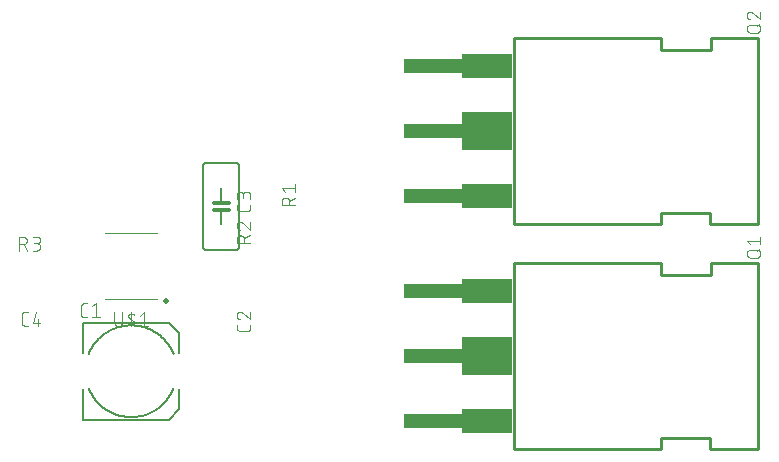
<source format=gbr>
G04 EAGLE Gerber RS-274X export*
G75*
%MOMM*%
%FSLAX34Y34*%
%LPD*%
%INSilkscreen Top*%
%IPPOS*%
%AMOC8*
5,1,8,0,0,1.08239X$1,22.5*%
G01*
%ADD10C,0.203200*%
%ADD11C,0.101600*%
%ADD12C,0.304800*%
%ADD13C,0.152400*%
%ADD14C,0.500000*%
%ADD15C,0.120000*%
%ADD16C,0.254000*%
%ADD17R,4.300000X3.200000*%
%ADD18R,4.300000X2.000000*%
%ADD19R,4.900000X1.200000*%


D10*
X159000Y86000D02*
X86000Y86000D01*
X86000Y111500D01*
X86000Y142500D02*
X86000Y168000D01*
X159000Y168000D01*
X168000Y159000D02*
X168000Y142000D01*
X168000Y111500D02*
X168000Y95000D01*
X159000Y86000D01*
X168000Y159000D02*
X159000Y168000D01*
X163000Y112500D02*
X162634Y111623D01*
X162246Y110755D01*
X161838Y109896D01*
X161409Y109048D01*
X160959Y108211D01*
X160488Y107385D01*
X159998Y106571D01*
X159488Y105769D01*
X158958Y104980D01*
X158409Y104204D01*
X157841Y103441D01*
X157255Y102693D01*
X156651Y101959D01*
X156029Y101241D01*
X155389Y100537D01*
X154733Y99850D01*
X154059Y99179D01*
X153370Y98525D01*
X152665Y97887D01*
X151944Y97268D01*
X151208Y96666D01*
X150458Y96082D01*
X149694Y95517D01*
X148916Y94970D01*
X148125Y94443D01*
X147321Y93936D01*
X146506Y93448D01*
X145678Y92980D01*
X144839Y92533D01*
X143990Y92106D01*
X143130Y91701D01*
X142261Y91316D01*
X141382Y90953D01*
X140495Y90612D01*
X139600Y90292D01*
X138697Y89995D01*
X137788Y89719D01*
X136871Y89466D01*
X135949Y89236D01*
X135022Y89028D01*
X134089Y88843D01*
X133153Y88681D01*
X132212Y88542D01*
X131269Y88425D01*
X130323Y88333D01*
X129375Y88263D01*
X128426Y88216D01*
X127475Y88193D01*
X126525Y88193D01*
X125574Y88216D01*
X124625Y88263D01*
X123677Y88333D01*
X122731Y88425D01*
X121788Y88542D01*
X120847Y88681D01*
X119911Y88843D01*
X118978Y89028D01*
X118051Y89236D01*
X117129Y89466D01*
X116212Y89719D01*
X115303Y89995D01*
X114400Y90292D01*
X113505Y90612D01*
X112618Y90953D01*
X111739Y91316D01*
X110870Y91701D01*
X110010Y92106D01*
X109161Y92533D01*
X108322Y92980D01*
X107494Y93448D01*
X106679Y93936D01*
X105875Y94443D01*
X105084Y94970D01*
X104306Y95517D01*
X103542Y96082D01*
X102792Y96666D01*
X102056Y97268D01*
X101335Y97887D01*
X100630Y98525D01*
X99941Y99179D01*
X99267Y99850D01*
X98611Y100537D01*
X97971Y101241D01*
X97349Y101959D01*
X96745Y102693D01*
X96159Y103441D01*
X95591Y104204D01*
X95042Y104980D01*
X94512Y105769D01*
X94002Y106571D01*
X93512Y107385D01*
X93041Y108211D01*
X92591Y109048D01*
X92162Y109896D01*
X91754Y110755D01*
X91366Y111623D01*
X91000Y112500D01*
X91000Y141500D02*
X91366Y142377D01*
X91754Y143245D01*
X92162Y144104D01*
X92591Y144952D01*
X93041Y145789D01*
X93512Y146615D01*
X94002Y147429D01*
X94512Y148231D01*
X95042Y149020D01*
X95591Y149796D01*
X96159Y150559D01*
X96745Y151307D01*
X97349Y152041D01*
X97971Y152759D01*
X98611Y153463D01*
X99267Y154150D01*
X99941Y154821D01*
X100630Y155475D01*
X101335Y156113D01*
X102056Y156732D01*
X102792Y157334D01*
X103542Y157918D01*
X104306Y158483D01*
X105084Y159030D01*
X105875Y159557D01*
X106679Y160064D01*
X107494Y160552D01*
X108322Y161020D01*
X109161Y161467D01*
X110010Y161894D01*
X110870Y162299D01*
X111739Y162684D01*
X112618Y163047D01*
X113505Y163388D01*
X114400Y163708D01*
X115303Y164005D01*
X116212Y164281D01*
X117129Y164534D01*
X118051Y164764D01*
X118978Y164972D01*
X119911Y165157D01*
X120847Y165319D01*
X121788Y165458D01*
X122731Y165575D01*
X123677Y165667D01*
X124625Y165737D01*
X125574Y165784D01*
X126525Y165807D01*
X127475Y165807D01*
X128426Y165784D01*
X129375Y165737D01*
X130323Y165667D01*
X131269Y165575D01*
X132212Y165458D01*
X133153Y165319D01*
X134089Y165157D01*
X135022Y164972D01*
X135949Y164764D01*
X136871Y164534D01*
X137788Y164281D01*
X138697Y164005D01*
X139600Y163708D01*
X140495Y163388D01*
X141382Y163047D01*
X142261Y162684D01*
X143130Y162299D01*
X143990Y161894D01*
X144839Y161467D01*
X145678Y161020D01*
X146506Y160552D01*
X147321Y160064D01*
X148125Y159557D01*
X148916Y159030D01*
X149694Y158483D01*
X150458Y157918D01*
X151208Y157334D01*
X151944Y156732D01*
X152665Y156113D01*
X153370Y155475D01*
X154059Y154821D01*
X154733Y154150D01*
X155389Y153463D01*
X156029Y152759D01*
X156651Y152041D01*
X157255Y151307D01*
X157841Y150559D01*
X158409Y149796D01*
X158958Y149020D01*
X159488Y148231D01*
X159998Y147429D01*
X160488Y146615D01*
X160959Y145789D01*
X161409Y144952D01*
X161838Y144104D01*
X162246Y143245D01*
X162634Y142377D01*
X163000Y141500D01*
D11*
X89801Y172808D02*
X87204Y172808D01*
X87105Y172810D01*
X87005Y172816D01*
X86906Y172825D01*
X86808Y172838D01*
X86710Y172855D01*
X86612Y172876D01*
X86516Y172901D01*
X86421Y172929D01*
X86327Y172961D01*
X86234Y172996D01*
X86142Y173035D01*
X86052Y173078D01*
X85964Y173123D01*
X85877Y173173D01*
X85793Y173225D01*
X85710Y173281D01*
X85630Y173339D01*
X85552Y173401D01*
X85477Y173466D01*
X85404Y173534D01*
X85334Y173604D01*
X85266Y173677D01*
X85201Y173752D01*
X85139Y173830D01*
X85081Y173910D01*
X85025Y173993D01*
X84973Y174077D01*
X84923Y174164D01*
X84878Y174252D01*
X84835Y174342D01*
X84796Y174434D01*
X84761Y174527D01*
X84729Y174621D01*
X84701Y174716D01*
X84676Y174812D01*
X84655Y174910D01*
X84638Y175008D01*
X84625Y175106D01*
X84616Y175205D01*
X84610Y175305D01*
X84608Y175404D01*
X84608Y181896D01*
X84610Y181995D01*
X84616Y182095D01*
X84625Y182194D01*
X84638Y182292D01*
X84655Y182390D01*
X84676Y182488D01*
X84701Y182584D01*
X84729Y182679D01*
X84761Y182773D01*
X84796Y182866D01*
X84835Y182958D01*
X84878Y183048D01*
X84923Y183136D01*
X84973Y183223D01*
X85025Y183307D01*
X85081Y183390D01*
X85139Y183470D01*
X85201Y183548D01*
X85266Y183623D01*
X85334Y183696D01*
X85404Y183766D01*
X85477Y183834D01*
X85552Y183899D01*
X85630Y183961D01*
X85710Y184019D01*
X85793Y184075D01*
X85877Y184127D01*
X85964Y184177D01*
X86052Y184222D01*
X86142Y184265D01*
X86234Y184304D01*
X86326Y184339D01*
X86421Y184371D01*
X86516Y184399D01*
X86612Y184424D01*
X86710Y184445D01*
X86808Y184462D01*
X86906Y184475D01*
X87005Y184484D01*
X87105Y184490D01*
X87204Y184492D01*
X89801Y184492D01*
X94166Y181896D02*
X97412Y184492D01*
X97412Y172808D01*
X100657Y172808D02*
X94166Y172808D01*
X228092Y166436D02*
X228092Y163839D01*
X228090Y163740D01*
X228084Y163640D01*
X228075Y163541D01*
X228062Y163443D01*
X228045Y163345D01*
X228024Y163247D01*
X227999Y163151D01*
X227971Y163056D01*
X227939Y162962D01*
X227904Y162869D01*
X227865Y162777D01*
X227822Y162687D01*
X227777Y162599D01*
X227727Y162512D01*
X227675Y162428D01*
X227619Y162345D01*
X227561Y162265D01*
X227499Y162187D01*
X227434Y162112D01*
X227366Y162039D01*
X227296Y161969D01*
X227223Y161901D01*
X227148Y161836D01*
X227070Y161774D01*
X226990Y161716D01*
X226907Y161660D01*
X226823Y161608D01*
X226736Y161558D01*
X226648Y161513D01*
X226558Y161470D01*
X226466Y161431D01*
X226373Y161396D01*
X226279Y161364D01*
X226184Y161336D01*
X226088Y161311D01*
X225990Y161290D01*
X225892Y161273D01*
X225794Y161260D01*
X225695Y161251D01*
X225595Y161245D01*
X225496Y161243D01*
X219004Y161243D01*
X219004Y161242D02*
X218905Y161244D01*
X218805Y161250D01*
X218706Y161259D01*
X218608Y161272D01*
X218510Y161290D01*
X218412Y161310D01*
X218316Y161335D01*
X218220Y161363D01*
X218126Y161395D01*
X218033Y161430D01*
X217942Y161469D01*
X217852Y161512D01*
X217763Y161557D01*
X217677Y161607D01*
X217592Y161659D01*
X217510Y161715D01*
X217430Y161774D01*
X217352Y161835D01*
X217276Y161900D01*
X217203Y161968D01*
X217133Y162038D01*
X217065Y162111D01*
X217000Y162187D01*
X216939Y162265D01*
X216880Y162345D01*
X216824Y162427D01*
X216772Y162512D01*
X216723Y162598D01*
X216677Y162687D01*
X216634Y162777D01*
X216595Y162868D01*
X216560Y162961D01*
X216528Y163055D01*
X216500Y163151D01*
X216475Y163247D01*
X216455Y163345D01*
X216437Y163443D01*
X216424Y163541D01*
X216415Y163640D01*
X216409Y163739D01*
X216407Y163839D01*
X216408Y163839D02*
X216408Y166436D01*
X216408Y174371D02*
X216410Y174478D01*
X216416Y174584D01*
X216426Y174690D01*
X216439Y174796D01*
X216457Y174902D01*
X216478Y175006D01*
X216503Y175110D01*
X216532Y175213D01*
X216564Y175314D01*
X216601Y175414D01*
X216641Y175513D01*
X216684Y175611D01*
X216731Y175707D01*
X216782Y175801D01*
X216836Y175893D01*
X216893Y175983D01*
X216953Y176071D01*
X217017Y176156D01*
X217084Y176239D01*
X217154Y176320D01*
X217226Y176398D01*
X217302Y176474D01*
X217380Y176546D01*
X217461Y176616D01*
X217544Y176683D01*
X217629Y176747D01*
X217717Y176807D01*
X217807Y176864D01*
X217899Y176918D01*
X217993Y176969D01*
X218089Y177016D01*
X218187Y177059D01*
X218286Y177099D01*
X218386Y177136D01*
X218487Y177168D01*
X218590Y177197D01*
X218694Y177222D01*
X218798Y177243D01*
X218904Y177261D01*
X219010Y177274D01*
X219116Y177284D01*
X219222Y177290D01*
X219329Y177292D01*
X216408Y174371D02*
X216410Y174250D01*
X216416Y174129D01*
X216426Y174009D01*
X216439Y173888D01*
X216457Y173769D01*
X216478Y173649D01*
X216503Y173531D01*
X216532Y173414D01*
X216565Y173297D01*
X216601Y173182D01*
X216642Y173068D01*
X216685Y172955D01*
X216733Y172843D01*
X216784Y172734D01*
X216839Y172626D01*
X216897Y172519D01*
X216958Y172415D01*
X217023Y172313D01*
X217091Y172213D01*
X217162Y172115D01*
X217236Y172019D01*
X217313Y171926D01*
X217394Y171836D01*
X217477Y171748D01*
X217563Y171663D01*
X217652Y171580D01*
X217743Y171501D01*
X217837Y171424D01*
X217933Y171351D01*
X218031Y171281D01*
X218132Y171214D01*
X218235Y171150D01*
X218340Y171090D01*
X218447Y171032D01*
X218555Y170979D01*
X218665Y170929D01*
X218777Y170883D01*
X218890Y170840D01*
X219005Y170801D01*
X221601Y176318D02*
X221523Y176397D01*
X221443Y176473D01*
X221360Y176546D01*
X221274Y176616D01*
X221187Y176683D01*
X221096Y176747D01*
X221004Y176807D01*
X220910Y176865D01*
X220813Y176919D01*
X220715Y176969D01*
X220615Y177016D01*
X220514Y177060D01*
X220411Y177100D01*
X220306Y177136D01*
X220201Y177168D01*
X220094Y177197D01*
X219987Y177222D01*
X219878Y177244D01*
X219769Y177261D01*
X219660Y177275D01*
X219550Y177284D01*
X219439Y177290D01*
X219329Y177292D01*
X221601Y176318D02*
X228092Y170801D01*
X228092Y177292D01*
D12*
X209550Y269748D02*
X203200Y269748D01*
X196850Y269748D01*
D13*
X203200Y269748D02*
X203200Y281940D01*
D12*
X203200Y263398D02*
X209550Y263398D01*
X203200Y263398D02*
X196850Y263398D01*
D13*
X203200Y263398D02*
X203200Y251460D01*
X215900Y303530D02*
X190500Y303530D01*
X187960Y300990D02*
X187960Y232410D01*
X190500Y229870D02*
X215900Y229870D01*
X218440Y232410D02*
X218440Y300990D01*
X218440Y232410D02*
X218438Y232310D01*
X218432Y232211D01*
X218422Y232111D01*
X218409Y232013D01*
X218391Y231914D01*
X218370Y231817D01*
X218345Y231721D01*
X218316Y231625D01*
X218283Y231531D01*
X218247Y231438D01*
X218207Y231347D01*
X218163Y231257D01*
X218116Y231169D01*
X218066Y231083D01*
X218012Y230999D01*
X217955Y230917D01*
X217895Y230838D01*
X217831Y230760D01*
X217765Y230686D01*
X217696Y230614D01*
X217624Y230545D01*
X217550Y230479D01*
X217472Y230415D01*
X217393Y230355D01*
X217311Y230298D01*
X217227Y230244D01*
X217141Y230194D01*
X217053Y230147D01*
X216963Y230103D01*
X216872Y230063D01*
X216779Y230027D01*
X216685Y229994D01*
X216589Y229965D01*
X216493Y229940D01*
X216396Y229919D01*
X216297Y229901D01*
X216199Y229888D01*
X216099Y229878D01*
X216000Y229872D01*
X215900Y229870D01*
X190500Y229870D02*
X190400Y229872D01*
X190301Y229878D01*
X190201Y229888D01*
X190103Y229901D01*
X190004Y229919D01*
X189907Y229940D01*
X189811Y229965D01*
X189715Y229994D01*
X189621Y230027D01*
X189528Y230063D01*
X189437Y230103D01*
X189347Y230147D01*
X189259Y230194D01*
X189173Y230244D01*
X189089Y230298D01*
X189007Y230355D01*
X188928Y230415D01*
X188850Y230479D01*
X188776Y230545D01*
X188704Y230614D01*
X188635Y230686D01*
X188569Y230760D01*
X188505Y230838D01*
X188445Y230917D01*
X188388Y230999D01*
X188334Y231083D01*
X188284Y231169D01*
X188237Y231257D01*
X188193Y231347D01*
X188153Y231438D01*
X188117Y231531D01*
X188084Y231625D01*
X188055Y231721D01*
X188030Y231817D01*
X188009Y231914D01*
X187991Y232013D01*
X187978Y232111D01*
X187968Y232211D01*
X187962Y232310D01*
X187960Y232410D01*
X187960Y300990D02*
X187962Y301090D01*
X187968Y301189D01*
X187978Y301289D01*
X187991Y301387D01*
X188009Y301486D01*
X188030Y301583D01*
X188055Y301679D01*
X188084Y301775D01*
X188117Y301869D01*
X188153Y301962D01*
X188193Y302053D01*
X188237Y302143D01*
X188284Y302231D01*
X188334Y302317D01*
X188388Y302401D01*
X188445Y302483D01*
X188505Y302562D01*
X188569Y302640D01*
X188635Y302714D01*
X188704Y302786D01*
X188776Y302855D01*
X188850Y302921D01*
X188928Y302985D01*
X189007Y303045D01*
X189089Y303102D01*
X189173Y303156D01*
X189259Y303206D01*
X189347Y303253D01*
X189437Y303297D01*
X189528Y303337D01*
X189621Y303373D01*
X189715Y303406D01*
X189811Y303435D01*
X189907Y303460D01*
X190004Y303481D01*
X190103Y303499D01*
X190201Y303512D01*
X190301Y303522D01*
X190400Y303528D01*
X190500Y303530D01*
X215900Y303530D02*
X216000Y303528D01*
X216099Y303522D01*
X216199Y303512D01*
X216297Y303499D01*
X216396Y303481D01*
X216493Y303460D01*
X216589Y303435D01*
X216685Y303406D01*
X216779Y303373D01*
X216872Y303337D01*
X216963Y303297D01*
X217053Y303253D01*
X217141Y303206D01*
X217227Y303156D01*
X217311Y303102D01*
X217393Y303045D01*
X217472Y302985D01*
X217550Y302921D01*
X217624Y302855D01*
X217696Y302786D01*
X217765Y302714D01*
X217831Y302640D01*
X217895Y302562D01*
X217955Y302483D01*
X218012Y302401D01*
X218066Y302317D01*
X218116Y302231D01*
X218163Y302143D01*
X218207Y302053D01*
X218247Y301962D01*
X218283Y301869D01*
X218316Y301775D01*
X218345Y301679D01*
X218370Y301583D01*
X218391Y301486D01*
X218409Y301387D01*
X218422Y301289D01*
X218432Y301189D01*
X218438Y301090D01*
X218440Y300990D01*
D11*
X228092Y268036D02*
X228092Y265439D01*
X228090Y265340D01*
X228084Y265240D01*
X228075Y265141D01*
X228062Y265043D01*
X228045Y264945D01*
X228024Y264847D01*
X227999Y264751D01*
X227971Y264656D01*
X227939Y264562D01*
X227904Y264469D01*
X227865Y264377D01*
X227822Y264287D01*
X227777Y264199D01*
X227727Y264112D01*
X227675Y264028D01*
X227619Y263945D01*
X227561Y263865D01*
X227499Y263787D01*
X227434Y263712D01*
X227366Y263639D01*
X227296Y263569D01*
X227223Y263501D01*
X227148Y263436D01*
X227070Y263374D01*
X226990Y263316D01*
X226907Y263260D01*
X226823Y263208D01*
X226736Y263158D01*
X226648Y263113D01*
X226558Y263070D01*
X226466Y263031D01*
X226373Y262996D01*
X226279Y262964D01*
X226184Y262936D01*
X226088Y262911D01*
X225990Y262890D01*
X225892Y262873D01*
X225794Y262860D01*
X225695Y262851D01*
X225595Y262845D01*
X225496Y262843D01*
X219004Y262843D01*
X219004Y262842D02*
X218905Y262844D01*
X218805Y262850D01*
X218706Y262859D01*
X218608Y262872D01*
X218510Y262890D01*
X218412Y262910D01*
X218316Y262935D01*
X218220Y262963D01*
X218126Y262995D01*
X218033Y263030D01*
X217942Y263069D01*
X217852Y263112D01*
X217763Y263157D01*
X217677Y263207D01*
X217592Y263259D01*
X217510Y263315D01*
X217430Y263374D01*
X217352Y263435D01*
X217276Y263500D01*
X217203Y263568D01*
X217133Y263638D01*
X217065Y263711D01*
X217000Y263787D01*
X216939Y263865D01*
X216880Y263945D01*
X216824Y264027D01*
X216772Y264112D01*
X216723Y264198D01*
X216677Y264287D01*
X216634Y264377D01*
X216595Y264468D01*
X216560Y264561D01*
X216528Y264655D01*
X216500Y264751D01*
X216475Y264847D01*
X216455Y264945D01*
X216437Y265043D01*
X216424Y265141D01*
X216415Y265240D01*
X216409Y265339D01*
X216407Y265439D01*
X216408Y265439D02*
X216408Y268036D01*
X228092Y272401D02*
X228092Y275646D01*
X228090Y275759D01*
X228084Y275872D01*
X228074Y275985D01*
X228060Y276098D01*
X228043Y276210D01*
X228021Y276321D01*
X227996Y276431D01*
X227966Y276541D01*
X227933Y276649D01*
X227896Y276756D01*
X227856Y276862D01*
X227811Y276966D01*
X227763Y277069D01*
X227712Y277170D01*
X227657Y277269D01*
X227599Y277366D01*
X227537Y277461D01*
X227472Y277554D01*
X227404Y277644D01*
X227333Y277732D01*
X227258Y277818D01*
X227181Y277901D01*
X227101Y277981D01*
X227018Y278058D01*
X226932Y278133D01*
X226844Y278204D01*
X226754Y278272D01*
X226661Y278337D01*
X226566Y278399D01*
X226469Y278457D01*
X226370Y278512D01*
X226269Y278563D01*
X226166Y278611D01*
X226062Y278656D01*
X225956Y278696D01*
X225849Y278733D01*
X225741Y278766D01*
X225631Y278796D01*
X225521Y278821D01*
X225410Y278843D01*
X225298Y278860D01*
X225185Y278874D01*
X225072Y278884D01*
X224959Y278890D01*
X224846Y278892D01*
X224733Y278890D01*
X224620Y278884D01*
X224507Y278874D01*
X224394Y278860D01*
X224282Y278843D01*
X224171Y278821D01*
X224061Y278796D01*
X223951Y278766D01*
X223843Y278733D01*
X223736Y278696D01*
X223630Y278656D01*
X223526Y278611D01*
X223423Y278563D01*
X223322Y278512D01*
X223223Y278457D01*
X223126Y278399D01*
X223031Y278337D01*
X222938Y278272D01*
X222848Y278204D01*
X222760Y278133D01*
X222674Y278058D01*
X222591Y277981D01*
X222511Y277901D01*
X222434Y277818D01*
X222359Y277732D01*
X222288Y277644D01*
X222220Y277554D01*
X222155Y277461D01*
X222093Y277366D01*
X222035Y277269D01*
X221980Y277170D01*
X221929Y277069D01*
X221881Y276966D01*
X221836Y276862D01*
X221796Y276756D01*
X221759Y276649D01*
X221726Y276541D01*
X221696Y276431D01*
X221671Y276321D01*
X221649Y276210D01*
X221632Y276098D01*
X221618Y275985D01*
X221608Y275872D01*
X221602Y275759D01*
X221600Y275646D01*
X216408Y276296D02*
X216408Y272401D01*
X216408Y276296D02*
X216410Y276397D01*
X216416Y276497D01*
X216426Y276597D01*
X216439Y276697D01*
X216457Y276796D01*
X216478Y276895D01*
X216503Y276992D01*
X216532Y277089D01*
X216565Y277184D01*
X216601Y277278D01*
X216641Y277370D01*
X216684Y277461D01*
X216731Y277550D01*
X216781Y277637D01*
X216835Y277723D01*
X216892Y277806D01*
X216952Y277886D01*
X217015Y277965D01*
X217082Y278041D01*
X217151Y278114D01*
X217223Y278184D01*
X217297Y278252D01*
X217374Y278317D01*
X217454Y278378D01*
X217536Y278437D01*
X217620Y278492D01*
X217706Y278544D01*
X217794Y278593D01*
X217884Y278638D01*
X217976Y278680D01*
X218069Y278718D01*
X218164Y278752D01*
X218259Y278783D01*
X218356Y278810D01*
X218454Y278833D01*
X218553Y278853D01*
X218653Y278868D01*
X218753Y278880D01*
X218853Y278888D01*
X218954Y278892D01*
X219054Y278892D01*
X219155Y278888D01*
X219255Y278880D01*
X219355Y278868D01*
X219455Y278853D01*
X219554Y278833D01*
X219652Y278810D01*
X219749Y278783D01*
X219844Y278752D01*
X219939Y278718D01*
X220032Y278680D01*
X220124Y278638D01*
X220214Y278593D01*
X220302Y278544D01*
X220388Y278492D01*
X220472Y278437D01*
X220554Y278378D01*
X220634Y278317D01*
X220711Y278252D01*
X220785Y278184D01*
X220857Y278114D01*
X220926Y278041D01*
X220993Y277965D01*
X221056Y277886D01*
X221116Y277806D01*
X221173Y277723D01*
X221227Y277637D01*
X221277Y277550D01*
X221324Y277461D01*
X221367Y277370D01*
X221407Y277278D01*
X221443Y277184D01*
X221476Y277089D01*
X221505Y276992D01*
X221530Y276895D01*
X221551Y276796D01*
X221569Y276697D01*
X221582Y276597D01*
X221592Y276497D01*
X221598Y276397D01*
X221600Y276296D01*
X221601Y276296D02*
X221601Y273699D01*
X39436Y165608D02*
X36839Y165608D01*
X36740Y165610D01*
X36640Y165616D01*
X36541Y165625D01*
X36443Y165638D01*
X36345Y165655D01*
X36247Y165676D01*
X36151Y165701D01*
X36056Y165729D01*
X35962Y165761D01*
X35869Y165796D01*
X35777Y165835D01*
X35687Y165878D01*
X35599Y165923D01*
X35512Y165973D01*
X35428Y166025D01*
X35345Y166081D01*
X35265Y166139D01*
X35187Y166201D01*
X35112Y166266D01*
X35039Y166334D01*
X34969Y166404D01*
X34901Y166477D01*
X34836Y166552D01*
X34774Y166630D01*
X34716Y166710D01*
X34660Y166793D01*
X34608Y166877D01*
X34558Y166964D01*
X34513Y167052D01*
X34470Y167142D01*
X34431Y167234D01*
X34396Y167327D01*
X34364Y167421D01*
X34336Y167516D01*
X34311Y167612D01*
X34290Y167710D01*
X34273Y167808D01*
X34260Y167906D01*
X34251Y168005D01*
X34245Y168105D01*
X34243Y168204D01*
X34243Y174696D01*
X34245Y174795D01*
X34251Y174895D01*
X34260Y174994D01*
X34273Y175092D01*
X34290Y175190D01*
X34311Y175288D01*
X34336Y175384D01*
X34364Y175479D01*
X34396Y175573D01*
X34431Y175666D01*
X34470Y175758D01*
X34513Y175848D01*
X34558Y175936D01*
X34608Y176023D01*
X34660Y176107D01*
X34716Y176190D01*
X34774Y176270D01*
X34836Y176348D01*
X34901Y176423D01*
X34969Y176496D01*
X35039Y176566D01*
X35112Y176634D01*
X35187Y176699D01*
X35265Y176761D01*
X35345Y176819D01*
X35428Y176875D01*
X35512Y176927D01*
X35599Y176977D01*
X35687Y177022D01*
X35777Y177065D01*
X35869Y177104D01*
X35961Y177139D01*
X36056Y177171D01*
X36151Y177199D01*
X36247Y177224D01*
X36345Y177245D01*
X36443Y177262D01*
X36541Y177275D01*
X36640Y177284D01*
X36740Y177290D01*
X36839Y177292D01*
X39436Y177292D01*
X46397Y177292D02*
X43801Y168204D01*
X50292Y168204D01*
X48345Y170801D02*
X48345Y165608D01*
X254508Y267395D02*
X266192Y267395D01*
X254508Y267395D02*
X254508Y270640D01*
X254510Y270753D01*
X254516Y270866D01*
X254526Y270979D01*
X254540Y271092D01*
X254557Y271204D01*
X254579Y271315D01*
X254604Y271425D01*
X254634Y271535D01*
X254667Y271643D01*
X254704Y271750D01*
X254744Y271856D01*
X254789Y271960D01*
X254837Y272063D01*
X254888Y272164D01*
X254943Y272263D01*
X255001Y272360D01*
X255063Y272455D01*
X255128Y272548D01*
X255196Y272638D01*
X255267Y272726D01*
X255342Y272812D01*
X255419Y272895D01*
X255499Y272975D01*
X255582Y273052D01*
X255668Y273127D01*
X255756Y273198D01*
X255846Y273266D01*
X255939Y273331D01*
X256034Y273393D01*
X256131Y273451D01*
X256230Y273506D01*
X256331Y273557D01*
X256434Y273605D01*
X256538Y273650D01*
X256644Y273690D01*
X256751Y273727D01*
X256859Y273760D01*
X256969Y273790D01*
X257079Y273815D01*
X257190Y273837D01*
X257302Y273854D01*
X257415Y273868D01*
X257528Y273878D01*
X257641Y273884D01*
X257754Y273886D01*
X257867Y273884D01*
X257980Y273878D01*
X258093Y273868D01*
X258206Y273854D01*
X258318Y273837D01*
X258429Y273815D01*
X258539Y273790D01*
X258649Y273760D01*
X258757Y273727D01*
X258864Y273690D01*
X258970Y273650D01*
X259074Y273605D01*
X259177Y273557D01*
X259278Y273506D01*
X259377Y273451D01*
X259474Y273393D01*
X259569Y273331D01*
X259662Y273266D01*
X259752Y273198D01*
X259840Y273127D01*
X259926Y273052D01*
X260009Y272975D01*
X260089Y272895D01*
X260166Y272812D01*
X260241Y272726D01*
X260312Y272638D01*
X260380Y272548D01*
X260445Y272455D01*
X260507Y272360D01*
X260565Y272263D01*
X260620Y272164D01*
X260671Y272063D01*
X260719Y271960D01*
X260764Y271856D01*
X260804Y271750D01*
X260841Y271643D01*
X260874Y271535D01*
X260904Y271425D01*
X260929Y271315D01*
X260951Y271204D01*
X260968Y271092D01*
X260982Y270979D01*
X260992Y270866D01*
X260998Y270753D01*
X261000Y270640D01*
X260999Y270640D02*
X260999Y267395D01*
X260999Y271289D02*
X266192Y273886D01*
X257104Y278751D02*
X254508Y281996D01*
X266192Y281996D01*
X266192Y278751D02*
X266192Y285242D01*
X228092Y235458D02*
X216408Y235458D01*
X216408Y238704D01*
X216410Y238817D01*
X216416Y238930D01*
X216426Y239043D01*
X216440Y239156D01*
X216457Y239268D01*
X216479Y239379D01*
X216504Y239489D01*
X216534Y239599D01*
X216567Y239707D01*
X216604Y239814D01*
X216644Y239920D01*
X216689Y240024D01*
X216737Y240127D01*
X216788Y240228D01*
X216843Y240327D01*
X216901Y240424D01*
X216963Y240519D01*
X217028Y240612D01*
X217096Y240702D01*
X217167Y240790D01*
X217242Y240876D01*
X217319Y240959D01*
X217399Y241039D01*
X217482Y241116D01*
X217568Y241191D01*
X217656Y241262D01*
X217746Y241330D01*
X217839Y241395D01*
X217934Y241457D01*
X218031Y241515D01*
X218130Y241570D01*
X218231Y241621D01*
X218334Y241669D01*
X218438Y241714D01*
X218544Y241754D01*
X218651Y241791D01*
X218759Y241824D01*
X218869Y241854D01*
X218979Y241879D01*
X219090Y241901D01*
X219202Y241918D01*
X219315Y241932D01*
X219428Y241942D01*
X219541Y241948D01*
X219654Y241950D01*
X219767Y241948D01*
X219880Y241942D01*
X219993Y241932D01*
X220106Y241918D01*
X220218Y241901D01*
X220329Y241879D01*
X220439Y241854D01*
X220549Y241824D01*
X220657Y241791D01*
X220764Y241754D01*
X220870Y241714D01*
X220974Y241669D01*
X221077Y241621D01*
X221178Y241570D01*
X221277Y241515D01*
X221374Y241457D01*
X221469Y241395D01*
X221562Y241330D01*
X221652Y241262D01*
X221740Y241191D01*
X221826Y241116D01*
X221909Y241039D01*
X221989Y240959D01*
X222066Y240876D01*
X222141Y240790D01*
X222212Y240702D01*
X222280Y240612D01*
X222345Y240519D01*
X222407Y240424D01*
X222465Y240327D01*
X222520Y240228D01*
X222571Y240127D01*
X222619Y240024D01*
X222664Y239920D01*
X222704Y239814D01*
X222741Y239707D01*
X222774Y239599D01*
X222804Y239489D01*
X222829Y239379D01*
X222851Y239268D01*
X222868Y239156D01*
X222882Y239043D01*
X222892Y238930D01*
X222898Y238817D01*
X222900Y238704D01*
X222899Y238704D02*
X222899Y235458D01*
X222899Y239353D02*
X228092Y241949D01*
X219329Y253305D02*
X219222Y253303D01*
X219116Y253297D01*
X219010Y253287D01*
X218904Y253274D01*
X218798Y253256D01*
X218694Y253235D01*
X218590Y253210D01*
X218487Y253181D01*
X218386Y253149D01*
X218286Y253112D01*
X218187Y253072D01*
X218089Y253029D01*
X217993Y252982D01*
X217899Y252931D01*
X217807Y252877D01*
X217717Y252820D01*
X217629Y252760D01*
X217544Y252696D01*
X217461Y252629D01*
X217380Y252559D01*
X217302Y252487D01*
X217226Y252411D01*
X217154Y252333D01*
X217084Y252252D01*
X217017Y252169D01*
X216953Y252084D01*
X216893Y251996D01*
X216836Y251906D01*
X216782Y251814D01*
X216731Y251720D01*
X216684Y251624D01*
X216641Y251526D01*
X216601Y251427D01*
X216564Y251327D01*
X216532Y251226D01*
X216503Y251123D01*
X216478Y251019D01*
X216457Y250915D01*
X216439Y250809D01*
X216426Y250703D01*
X216416Y250597D01*
X216410Y250491D01*
X216408Y250384D01*
X216410Y250263D01*
X216416Y250142D01*
X216426Y250022D01*
X216439Y249901D01*
X216457Y249782D01*
X216478Y249662D01*
X216503Y249544D01*
X216532Y249427D01*
X216565Y249310D01*
X216601Y249195D01*
X216642Y249081D01*
X216685Y248968D01*
X216733Y248856D01*
X216784Y248747D01*
X216839Y248639D01*
X216897Y248532D01*
X216958Y248428D01*
X217023Y248326D01*
X217091Y248226D01*
X217162Y248128D01*
X217236Y248032D01*
X217313Y247939D01*
X217394Y247849D01*
X217477Y247761D01*
X217563Y247676D01*
X217652Y247593D01*
X217743Y247514D01*
X217837Y247437D01*
X217933Y247364D01*
X218031Y247294D01*
X218132Y247227D01*
X218235Y247163D01*
X218340Y247103D01*
X218447Y247045D01*
X218555Y246992D01*
X218665Y246942D01*
X218777Y246896D01*
X218890Y246853D01*
X219005Y246814D01*
X221601Y252331D02*
X221523Y252410D01*
X221443Y252486D01*
X221360Y252559D01*
X221274Y252629D01*
X221187Y252696D01*
X221096Y252760D01*
X221004Y252820D01*
X220910Y252878D01*
X220813Y252932D01*
X220715Y252982D01*
X220615Y253029D01*
X220514Y253073D01*
X220411Y253113D01*
X220306Y253149D01*
X220201Y253181D01*
X220094Y253210D01*
X219987Y253235D01*
X219878Y253257D01*
X219769Y253274D01*
X219660Y253288D01*
X219550Y253297D01*
X219439Y253303D01*
X219329Y253305D01*
X221601Y252332D02*
X228092Y246814D01*
X228092Y253305D01*
X32258Y240792D02*
X32258Y229108D01*
X32258Y240792D02*
X35504Y240792D01*
X35617Y240790D01*
X35730Y240784D01*
X35843Y240774D01*
X35956Y240760D01*
X36068Y240743D01*
X36179Y240721D01*
X36289Y240696D01*
X36399Y240666D01*
X36507Y240633D01*
X36614Y240596D01*
X36720Y240556D01*
X36824Y240511D01*
X36927Y240463D01*
X37028Y240412D01*
X37127Y240357D01*
X37224Y240299D01*
X37319Y240237D01*
X37412Y240172D01*
X37502Y240104D01*
X37590Y240033D01*
X37676Y239958D01*
X37759Y239881D01*
X37839Y239801D01*
X37916Y239718D01*
X37991Y239632D01*
X38062Y239544D01*
X38130Y239454D01*
X38195Y239361D01*
X38257Y239266D01*
X38315Y239169D01*
X38370Y239070D01*
X38421Y238969D01*
X38469Y238866D01*
X38514Y238762D01*
X38554Y238656D01*
X38591Y238549D01*
X38624Y238441D01*
X38654Y238331D01*
X38679Y238221D01*
X38701Y238110D01*
X38718Y237998D01*
X38732Y237885D01*
X38742Y237772D01*
X38748Y237659D01*
X38750Y237546D01*
X38748Y237433D01*
X38742Y237320D01*
X38732Y237207D01*
X38718Y237094D01*
X38701Y236982D01*
X38679Y236871D01*
X38654Y236761D01*
X38624Y236651D01*
X38591Y236543D01*
X38554Y236436D01*
X38514Y236330D01*
X38469Y236226D01*
X38421Y236123D01*
X38370Y236022D01*
X38315Y235923D01*
X38257Y235826D01*
X38195Y235731D01*
X38130Y235638D01*
X38062Y235548D01*
X37991Y235460D01*
X37916Y235374D01*
X37839Y235291D01*
X37759Y235211D01*
X37676Y235134D01*
X37590Y235059D01*
X37502Y234988D01*
X37412Y234920D01*
X37319Y234855D01*
X37224Y234793D01*
X37127Y234735D01*
X37028Y234680D01*
X36927Y234629D01*
X36824Y234581D01*
X36720Y234536D01*
X36614Y234496D01*
X36507Y234459D01*
X36399Y234426D01*
X36289Y234396D01*
X36179Y234371D01*
X36068Y234349D01*
X35956Y234332D01*
X35843Y234318D01*
X35730Y234308D01*
X35617Y234302D01*
X35504Y234300D01*
X35504Y234301D02*
X32258Y234301D01*
X36153Y234301D02*
X38749Y229108D01*
X43614Y229108D02*
X46860Y229108D01*
X46973Y229110D01*
X47086Y229116D01*
X47199Y229126D01*
X47312Y229140D01*
X47424Y229157D01*
X47535Y229179D01*
X47645Y229204D01*
X47755Y229234D01*
X47863Y229267D01*
X47970Y229304D01*
X48076Y229344D01*
X48180Y229389D01*
X48283Y229437D01*
X48384Y229488D01*
X48483Y229543D01*
X48580Y229601D01*
X48675Y229663D01*
X48768Y229728D01*
X48858Y229796D01*
X48946Y229867D01*
X49032Y229942D01*
X49115Y230019D01*
X49195Y230099D01*
X49272Y230182D01*
X49347Y230268D01*
X49418Y230356D01*
X49486Y230446D01*
X49551Y230539D01*
X49613Y230634D01*
X49671Y230731D01*
X49726Y230830D01*
X49777Y230931D01*
X49825Y231034D01*
X49870Y231138D01*
X49910Y231244D01*
X49947Y231351D01*
X49980Y231459D01*
X50010Y231569D01*
X50035Y231679D01*
X50057Y231790D01*
X50074Y231902D01*
X50088Y232015D01*
X50098Y232128D01*
X50104Y232241D01*
X50106Y232354D01*
X50104Y232467D01*
X50098Y232580D01*
X50088Y232693D01*
X50074Y232806D01*
X50057Y232918D01*
X50035Y233029D01*
X50010Y233139D01*
X49980Y233249D01*
X49947Y233357D01*
X49910Y233464D01*
X49870Y233570D01*
X49825Y233674D01*
X49777Y233777D01*
X49726Y233878D01*
X49671Y233977D01*
X49613Y234074D01*
X49551Y234169D01*
X49486Y234262D01*
X49418Y234352D01*
X49347Y234440D01*
X49272Y234526D01*
X49195Y234609D01*
X49115Y234689D01*
X49032Y234766D01*
X48946Y234841D01*
X48858Y234912D01*
X48768Y234980D01*
X48675Y235045D01*
X48580Y235107D01*
X48483Y235165D01*
X48384Y235220D01*
X48283Y235271D01*
X48180Y235319D01*
X48076Y235364D01*
X47970Y235404D01*
X47863Y235441D01*
X47755Y235474D01*
X47645Y235504D01*
X47535Y235529D01*
X47424Y235551D01*
X47312Y235568D01*
X47199Y235582D01*
X47086Y235592D01*
X46973Y235598D01*
X46860Y235600D01*
X47509Y240792D02*
X43614Y240792D01*
X47509Y240792D02*
X47610Y240790D01*
X47710Y240784D01*
X47810Y240774D01*
X47910Y240761D01*
X48009Y240743D01*
X48108Y240722D01*
X48205Y240697D01*
X48302Y240668D01*
X48397Y240635D01*
X48491Y240599D01*
X48583Y240559D01*
X48674Y240516D01*
X48763Y240469D01*
X48850Y240419D01*
X48936Y240365D01*
X49019Y240308D01*
X49099Y240248D01*
X49178Y240185D01*
X49254Y240118D01*
X49327Y240049D01*
X49397Y239977D01*
X49465Y239903D01*
X49530Y239826D01*
X49591Y239746D01*
X49650Y239664D01*
X49705Y239580D01*
X49757Y239494D01*
X49806Y239406D01*
X49851Y239316D01*
X49893Y239224D01*
X49931Y239131D01*
X49965Y239036D01*
X49996Y238941D01*
X50023Y238844D01*
X50046Y238746D01*
X50066Y238647D01*
X50081Y238547D01*
X50093Y238447D01*
X50101Y238347D01*
X50105Y238246D01*
X50105Y238146D01*
X50101Y238045D01*
X50093Y237945D01*
X50081Y237845D01*
X50066Y237745D01*
X50046Y237646D01*
X50023Y237548D01*
X49996Y237451D01*
X49965Y237356D01*
X49931Y237261D01*
X49893Y237168D01*
X49851Y237076D01*
X49806Y236986D01*
X49757Y236898D01*
X49705Y236812D01*
X49650Y236728D01*
X49591Y236646D01*
X49530Y236566D01*
X49465Y236489D01*
X49397Y236415D01*
X49327Y236343D01*
X49254Y236274D01*
X49178Y236207D01*
X49099Y236144D01*
X49019Y236084D01*
X48936Y236027D01*
X48850Y235973D01*
X48763Y235923D01*
X48674Y235876D01*
X48583Y235833D01*
X48491Y235793D01*
X48397Y235757D01*
X48302Y235724D01*
X48205Y235695D01*
X48108Y235670D01*
X48009Y235649D01*
X47910Y235631D01*
X47810Y235618D01*
X47710Y235608D01*
X47610Y235602D01*
X47509Y235600D01*
X47509Y235599D02*
X44913Y235599D01*
D14*
X156198Y186076D03*
D15*
X149250Y187976D02*
X104750Y187976D01*
X104750Y243824D02*
X149250Y243824D01*
D11*
X112896Y176718D02*
X112896Y168280D01*
X112898Y168167D01*
X112904Y168054D01*
X112914Y167941D01*
X112928Y167828D01*
X112945Y167716D01*
X112967Y167605D01*
X112992Y167495D01*
X113022Y167385D01*
X113055Y167277D01*
X113092Y167170D01*
X113132Y167064D01*
X113177Y166960D01*
X113225Y166857D01*
X113276Y166756D01*
X113331Y166657D01*
X113389Y166560D01*
X113451Y166465D01*
X113516Y166372D01*
X113584Y166282D01*
X113655Y166194D01*
X113730Y166108D01*
X113807Y166025D01*
X113887Y165945D01*
X113970Y165868D01*
X114056Y165793D01*
X114144Y165722D01*
X114234Y165654D01*
X114327Y165589D01*
X114422Y165527D01*
X114519Y165469D01*
X114618Y165414D01*
X114719Y165363D01*
X114822Y165315D01*
X114926Y165270D01*
X115032Y165230D01*
X115139Y165193D01*
X115247Y165160D01*
X115357Y165130D01*
X115467Y165105D01*
X115578Y165083D01*
X115690Y165066D01*
X115803Y165052D01*
X115916Y165042D01*
X116029Y165036D01*
X116142Y165034D01*
X116255Y165036D01*
X116368Y165042D01*
X116481Y165052D01*
X116594Y165066D01*
X116706Y165083D01*
X116817Y165105D01*
X116927Y165130D01*
X117037Y165160D01*
X117145Y165193D01*
X117252Y165230D01*
X117358Y165270D01*
X117462Y165315D01*
X117565Y165363D01*
X117666Y165414D01*
X117765Y165469D01*
X117862Y165527D01*
X117957Y165589D01*
X118050Y165654D01*
X118140Y165722D01*
X118228Y165793D01*
X118314Y165868D01*
X118397Y165945D01*
X118477Y166025D01*
X118554Y166108D01*
X118629Y166194D01*
X118700Y166282D01*
X118768Y166372D01*
X118833Y166465D01*
X118895Y166560D01*
X118953Y166657D01*
X119008Y166756D01*
X119059Y166857D01*
X119107Y166960D01*
X119152Y167064D01*
X119192Y167170D01*
X119229Y167277D01*
X119262Y167385D01*
X119292Y167495D01*
X119317Y167605D01*
X119339Y167716D01*
X119356Y167828D01*
X119370Y167941D01*
X119380Y168054D01*
X119386Y168167D01*
X119388Y168280D01*
X119387Y168280D02*
X119387Y176718D01*
X127191Y176718D02*
X127191Y165034D01*
X127191Y170876D02*
X125568Y171850D01*
X125567Y171849D02*
X125494Y171896D01*
X125423Y171945D01*
X125353Y171998D01*
X125287Y172054D01*
X125223Y172113D01*
X125161Y172174D01*
X125103Y172238D01*
X125047Y172305D01*
X124995Y172374D01*
X124945Y172446D01*
X124899Y172520D01*
X124856Y172595D01*
X124817Y172673D01*
X124781Y172752D01*
X124749Y172833D01*
X124720Y172915D01*
X124695Y172998D01*
X124674Y173082D01*
X124657Y173167D01*
X124643Y173253D01*
X124634Y173339D01*
X124628Y173426D01*
X124626Y173513D01*
X124628Y173600D01*
X124634Y173687D01*
X124644Y173773D01*
X124657Y173859D01*
X124675Y173944D01*
X124696Y174028D01*
X124721Y174111D01*
X124750Y174194D01*
X124782Y174274D01*
X124818Y174353D01*
X124857Y174431D01*
X124900Y174506D01*
X124947Y174580D01*
X124996Y174651D01*
X125049Y174721D01*
X125104Y174787D01*
X125163Y174851D01*
X125224Y174913D01*
X125289Y174972D01*
X125355Y175027D01*
X125424Y175080D01*
X125496Y175130D01*
X125569Y175176D01*
X125645Y175219D01*
X125722Y175258D01*
X125801Y175294D01*
X125882Y175327D01*
X125964Y175355D01*
X126047Y175381D01*
X126131Y175402D01*
X126217Y175419D01*
X126217Y175420D02*
X126357Y175444D01*
X126499Y175464D01*
X126640Y175480D01*
X126782Y175491D01*
X126925Y175499D01*
X127067Y175503D01*
X127210Y175504D01*
X127353Y175500D01*
X127495Y175492D01*
X127637Y175480D01*
X127779Y175464D01*
X127920Y175445D01*
X128061Y175421D01*
X128201Y175394D01*
X128340Y175362D01*
X128478Y175327D01*
X128616Y175288D01*
X128752Y175245D01*
X128886Y175199D01*
X129020Y175148D01*
X129152Y175095D01*
X129282Y175037D01*
X129411Y174976D01*
X129538Y174911D01*
X129664Y174843D01*
X129787Y174771D01*
X127191Y170876D02*
X128813Y169902D01*
X128814Y169903D02*
X128887Y169856D01*
X128958Y169807D01*
X129028Y169754D01*
X129094Y169698D01*
X129158Y169639D01*
X129220Y169578D01*
X129278Y169514D01*
X129334Y169447D01*
X129386Y169378D01*
X129436Y169306D01*
X129482Y169232D01*
X129525Y169157D01*
X129564Y169079D01*
X129600Y169000D01*
X129632Y168919D01*
X129661Y168837D01*
X129686Y168754D01*
X129707Y168670D01*
X129724Y168585D01*
X129738Y168499D01*
X129747Y168413D01*
X129753Y168326D01*
X129755Y168239D01*
X129753Y168152D01*
X129747Y168065D01*
X129737Y167979D01*
X129724Y167893D01*
X129706Y167808D01*
X129685Y167724D01*
X129660Y167641D01*
X129631Y167558D01*
X129599Y167478D01*
X129563Y167399D01*
X129524Y167321D01*
X129481Y167246D01*
X129434Y167172D01*
X129385Y167101D01*
X129332Y167031D01*
X129277Y166965D01*
X129218Y166901D01*
X129157Y166839D01*
X129092Y166780D01*
X129026Y166725D01*
X128957Y166672D01*
X128885Y166622D01*
X128812Y166576D01*
X128736Y166533D01*
X128659Y166494D01*
X128580Y166458D01*
X128499Y166425D01*
X128417Y166397D01*
X128334Y166371D01*
X128250Y166350D01*
X128165Y166333D01*
X128164Y166332D02*
X128024Y166308D01*
X127882Y166288D01*
X127741Y166272D01*
X127599Y166261D01*
X127456Y166253D01*
X127314Y166249D01*
X127171Y166248D01*
X127028Y166252D01*
X126886Y166260D01*
X126744Y166272D01*
X126602Y166288D01*
X126461Y166307D01*
X126320Y166331D01*
X126180Y166358D01*
X126041Y166390D01*
X125903Y166425D01*
X125765Y166464D01*
X125629Y166507D01*
X125495Y166553D01*
X125361Y166604D01*
X125229Y166657D01*
X125099Y166715D01*
X124970Y166776D01*
X124843Y166841D01*
X124717Y166909D01*
X124594Y166981D01*
X134613Y174122D02*
X137858Y176718D01*
X137858Y165034D01*
X134613Y165034D02*
X141104Y165034D01*
D16*
X657900Y218700D02*
X657900Y60700D01*
X616900Y60700D01*
X616900Y70700D01*
X575900Y70700D01*
X575900Y60700D01*
X450900Y60700D01*
X450900Y218700D01*
X575900Y218700D01*
X575900Y208700D01*
X617900Y208700D01*
X617900Y218700D01*
X657900Y218700D01*
D17*
X428400Y139700D03*
D18*
X428400Y194700D03*
X428400Y84700D03*
D19*
X382400Y194700D03*
X382400Y139700D03*
X382400Y84700D03*
D11*
X651454Y223157D02*
X656646Y223157D01*
X651454Y223157D02*
X651341Y223159D01*
X651228Y223165D01*
X651115Y223175D01*
X651002Y223189D01*
X650890Y223206D01*
X650779Y223228D01*
X650669Y223253D01*
X650559Y223283D01*
X650451Y223316D01*
X650344Y223353D01*
X650238Y223393D01*
X650134Y223438D01*
X650031Y223486D01*
X649930Y223537D01*
X649831Y223592D01*
X649734Y223650D01*
X649639Y223712D01*
X649546Y223777D01*
X649456Y223845D01*
X649368Y223916D01*
X649282Y223991D01*
X649199Y224068D01*
X649119Y224148D01*
X649042Y224231D01*
X648967Y224317D01*
X648896Y224405D01*
X648828Y224495D01*
X648763Y224588D01*
X648701Y224683D01*
X648643Y224780D01*
X648588Y224879D01*
X648537Y224980D01*
X648489Y225083D01*
X648444Y225187D01*
X648404Y225293D01*
X648367Y225400D01*
X648334Y225508D01*
X648304Y225618D01*
X648279Y225728D01*
X648257Y225839D01*
X648240Y225951D01*
X648226Y226064D01*
X648216Y226177D01*
X648210Y226290D01*
X648208Y226403D01*
X648210Y226516D01*
X648216Y226629D01*
X648226Y226742D01*
X648240Y226855D01*
X648257Y226967D01*
X648279Y227078D01*
X648304Y227188D01*
X648334Y227298D01*
X648367Y227406D01*
X648404Y227513D01*
X648444Y227619D01*
X648489Y227723D01*
X648537Y227826D01*
X648588Y227927D01*
X648643Y228026D01*
X648701Y228123D01*
X648763Y228218D01*
X648828Y228311D01*
X648896Y228401D01*
X648967Y228489D01*
X649042Y228575D01*
X649119Y228658D01*
X649199Y228738D01*
X649282Y228815D01*
X649368Y228890D01*
X649456Y228961D01*
X649546Y229029D01*
X649639Y229094D01*
X649734Y229156D01*
X649831Y229214D01*
X649930Y229269D01*
X650031Y229320D01*
X650134Y229368D01*
X650238Y229413D01*
X650344Y229453D01*
X650451Y229490D01*
X650559Y229523D01*
X650669Y229553D01*
X650779Y229578D01*
X650890Y229600D01*
X651002Y229617D01*
X651115Y229631D01*
X651228Y229641D01*
X651341Y229647D01*
X651454Y229649D01*
X651454Y229648D02*
X656646Y229648D01*
X656646Y229649D02*
X656759Y229647D01*
X656872Y229641D01*
X656985Y229631D01*
X657098Y229617D01*
X657210Y229600D01*
X657321Y229578D01*
X657431Y229553D01*
X657541Y229523D01*
X657649Y229490D01*
X657756Y229453D01*
X657862Y229413D01*
X657966Y229368D01*
X658069Y229320D01*
X658170Y229269D01*
X658269Y229214D01*
X658366Y229156D01*
X658461Y229094D01*
X658554Y229029D01*
X658644Y228961D01*
X658732Y228890D01*
X658818Y228815D01*
X658901Y228738D01*
X658981Y228658D01*
X659058Y228575D01*
X659133Y228489D01*
X659204Y228401D01*
X659272Y228311D01*
X659337Y228218D01*
X659399Y228123D01*
X659457Y228026D01*
X659512Y227927D01*
X659563Y227826D01*
X659611Y227723D01*
X659656Y227619D01*
X659696Y227513D01*
X659733Y227406D01*
X659766Y227298D01*
X659796Y227188D01*
X659821Y227078D01*
X659843Y226967D01*
X659860Y226855D01*
X659874Y226742D01*
X659884Y226629D01*
X659890Y226516D01*
X659892Y226403D01*
X659890Y226290D01*
X659884Y226177D01*
X659874Y226064D01*
X659860Y225951D01*
X659843Y225839D01*
X659821Y225728D01*
X659796Y225618D01*
X659766Y225508D01*
X659733Y225400D01*
X659696Y225293D01*
X659656Y225187D01*
X659611Y225083D01*
X659563Y224980D01*
X659512Y224879D01*
X659457Y224780D01*
X659399Y224683D01*
X659337Y224588D01*
X659272Y224495D01*
X659204Y224405D01*
X659133Y224317D01*
X659058Y224231D01*
X658981Y224148D01*
X658901Y224068D01*
X658818Y223991D01*
X658732Y223916D01*
X658644Y223845D01*
X658554Y223777D01*
X658461Y223712D01*
X658366Y223650D01*
X658269Y223592D01*
X658170Y223537D01*
X658069Y223486D01*
X657966Y223438D01*
X657862Y223393D01*
X657756Y223353D01*
X657649Y223316D01*
X657541Y223283D01*
X657431Y223253D01*
X657321Y223228D01*
X657210Y223206D01*
X657098Y223189D01*
X656985Y223175D01*
X656872Y223165D01*
X656759Y223159D01*
X656646Y223157D01*
X657296Y228350D02*
X659892Y230946D01*
X650804Y234301D02*
X648208Y237546D01*
X659892Y237546D01*
X659892Y234301D02*
X659892Y240792D01*
D16*
X657900Y251200D02*
X657900Y409200D01*
X657900Y251200D02*
X616900Y251200D01*
X616900Y261200D01*
X575900Y261200D01*
X575900Y251200D01*
X450900Y251200D01*
X450900Y409200D01*
X575900Y409200D01*
X575900Y399200D01*
X617900Y399200D01*
X617900Y409200D01*
X657900Y409200D01*
D17*
X428400Y330200D03*
D18*
X428400Y385200D03*
X428400Y275200D03*
D19*
X382400Y385200D03*
X382400Y330200D03*
X382400Y275200D03*
D11*
X651454Y413657D02*
X656646Y413657D01*
X651454Y413657D02*
X651341Y413659D01*
X651228Y413665D01*
X651115Y413675D01*
X651002Y413689D01*
X650890Y413706D01*
X650779Y413728D01*
X650669Y413753D01*
X650559Y413783D01*
X650451Y413816D01*
X650344Y413853D01*
X650238Y413893D01*
X650134Y413938D01*
X650031Y413986D01*
X649930Y414037D01*
X649831Y414092D01*
X649734Y414150D01*
X649639Y414212D01*
X649546Y414277D01*
X649456Y414345D01*
X649368Y414416D01*
X649282Y414491D01*
X649199Y414568D01*
X649119Y414648D01*
X649042Y414731D01*
X648967Y414817D01*
X648896Y414905D01*
X648828Y414995D01*
X648763Y415088D01*
X648701Y415183D01*
X648643Y415280D01*
X648588Y415379D01*
X648537Y415480D01*
X648489Y415583D01*
X648444Y415687D01*
X648404Y415793D01*
X648367Y415900D01*
X648334Y416008D01*
X648304Y416118D01*
X648279Y416228D01*
X648257Y416339D01*
X648240Y416451D01*
X648226Y416564D01*
X648216Y416677D01*
X648210Y416790D01*
X648208Y416903D01*
X648210Y417016D01*
X648216Y417129D01*
X648226Y417242D01*
X648240Y417355D01*
X648257Y417467D01*
X648279Y417578D01*
X648304Y417688D01*
X648334Y417798D01*
X648367Y417906D01*
X648404Y418013D01*
X648444Y418119D01*
X648489Y418223D01*
X648537Y418326D01*
X648588Y418427D01*
X648643Y418526D01*
X648701Y418623D01*
X648763Y418718D01*
X648828Y418811D01*
X648896Y418901D01*
X648967Y418989D01*
X649042Y419075D01*
X649119Y419158D01*
X649199Y419238D01*
X649282Y419315D01*
X649368Y419390D01*
X649456Y419461D01*
X649546Y419529D01*
X649639Y419594D01*
X649734Y419656D01*
X649831Y419714D01*
X649930Y419769D01*
X650031Y419820D01*
X650134Y419868D01*
X650238Y419913D01*
X650344Y419953D01*
X650451Y419990D01*
X650559Y420023D01*
X650669Y420053D01*
X650779Y420078D01*
X650890Y420100D01*
X651002Y420117D01*
X651115Y420131D01*
X651228Y420141D01*
X651341Y420147D01*
X651454Y420149D01*
X651454Y420148D02*
X656646Y420148D01*
X656646Y420149D02*
X656759Y420147D01*
X656872Y420141D01*
X656985Y420131D01*
X657098Y420117D01*
X657210Y420100D01*
X657321Y420078D01*
X657431Y420053D01*
X657541Y420023D01*
X657649Y419990D01*
X657756Y419953D01*
X657862Y419913D01*
X657966Y419868D01*
X658069Y419820D01*
X658170Y419769D01*
X658269Y419714D01*
X658366Y419656D01*
X658461Y419594D01*
X658554Y419529D01*
X658644Y419461D01*
X658732Y419390D01*
X658818Y419315D01*
X658901Y419238D01*
X658981Y419158D01*
X659058Y419075D01*
X659133Y418989D01*
X659204Y418901D01*
X659272Y418811D01*
X659337Y418718D01*
X659399Y418623D01*
X659457Y418526D01*
X659512Y418427D01*
X659563Y418326D01*
X659611Y418223D01*
X659656Y418119D01*
X659696Y418013D01*
X659733Y417906D01*
X659766Y417798D01*
X659796Y417688D01*
X659821Y417578D01*
X659843Y417467D01*
X659860Y417355D01*
X659874Y417242D01*
X659884Y417129D01*
X659890Y417016D01*
X659892Y416903D01*
X659890Y416790D01*
X659884Y416677D01*
X659874Y416564D01*
X659860Y416451D01*
X659843Y416339D01*
X659821Y416228D01*
X659796Y416118D01*
X659766Y416008D01*
X659733Y415900D01*
X659696Y415793D01*
X659656Y415687D01*
X659611Y415583D01*
X659563Y415480D01*
X659512Y415379D01*
X659457Y415280D01*
X659399Y415183D01*
X659337Y415088D01*
X659272Y414995D01*
X659204Y414905D01*
X659133Y414817D01*
X659058Y414731D01*
X658981Y414648D01*
X658901Y414568D01*
X658818Y414491D01*
X658732Y414416D01*
X658644Y414345D01*
X658554Y414277D01*
X658461Y414212D01*
X658366Y414150D01*
X658269Y414092D01*
X658170Y414037D01*
X658069Y413986D01*
X657966Y413938D01*
X657862Y413893D01*
X657756Y413853D01*
X657649Y413816D01*
X657541Y413783D01*
X657431Y413753D01*
X657321Y413728D01*
X657210Y413706D01*
X657098Y413689D01*
X656985Y413675D01*
X656872Y413665D01*
X656759Y413659D01*
X656646Y413657D01*
X657296Y418850D02*
X659892Y421446D01*
X651129Y431292D02*
X651022Y431290D01*
X650916Y431284D01*
X650810Y431274D01*
X650704Y431261D01*
X650598Y431243D01*
X650494Y431222D01*
X650390Y431197D01*
X650287Y431168D01*
X650186Y431136D01*
X650086Y431099D01*
X649987Y431059D01*
X649889Y431016D01*
X649793Y430969D01*
X649699Y430918D01*
X649607Y430864D01*
X649517Y430807D01*
X649429Y430747D01*
X649344Y430683D01*
X649261Y430616D01*
X649180Y430546D01*
X649102Y430474D01*
X649026Y430398D01*
X648954Y430320D01*
X648884Y430239D01*
X648817Y430156D01*
X648753Y430071D01*
X648693Y429983D01*
X648636Y429893D01*
X648582Y429801D01*
X648531Y429707D01*
X648484Y429611D01*
X648441Y429513D01*
X648401Y429414D01*
X648364Y429314D01*
X648332Y429213D01*
X648303Y429110D01*
X648278Y429006D01*
X648257Y428902D01*
X648239Y428796D01*
X648226Y428690D01*
X648216Y428584D01*
X648210Y428478D01*
X648208Y428371D01*
X648210Y428250D01*
X648216Y428129D01*
X648226Y428009D01*
X648239Y427888D01*
X648257Y427769D01*
X648278Y427649D01*
X648303Y427531D01*
X648332Y427414D01*
X648365Y427297D01*
X648401Y427182D01*
X648442Y427068D01*
X648485Y426955D01*
X648533Y426843D01*
X648584Y426734D01*
X648639Y426626D01*
X648697Y426519D01*
X648758Y426415D01*
X648823Y426313D01*
X648891Y426213D01*
X648962Y426115D01*
X649036Y426019D01*
X649113Y425926D01*
X649194Y425836D01*
X649277Y425748D01*
X649363Y425663D01*
X649452Y425580D01*
X649543Y425501D01*
X649637Y425424D01*
X649733Y425351D01*
X649831Y425281D01*
X649932Y425214D01*
X650035Y425150D01*
X650140Y425090D01*
X650247Y425032D01*
X650355Y424979D01*
X650465Y424929D01*
X650577Y424883D01*
X650690Y424840D01*
X650805Y424801D01*
X653401Y430318D02*
X653323Y430397D01*
X653243Y430473D01*
X653160Y430546D01*
X653074Y430616D01*
X652987Y430683D01*
X652896Y430747D01*
X652804Y430807D01*
X652710Y430865D01*
X652613Y430919D01*
X652515Y430969D01*
X652415Y431016D01*
X652314Y431060D01*
X652211Y431100D01*
X652106Y431136D01*
X652001Y431168D01*
X651894Y431197D01*
X651787Y431222D01*
X651678Y431244D01*
X651569Y431261D01*
X651460Y431275D01*
X651350Y431284D01*
X651239Y431290D01*
X651129Y431292D01*
X653401Y430318D02*
X659892Y424801D01*
X659892Y431292D01*
M02*

</source>
